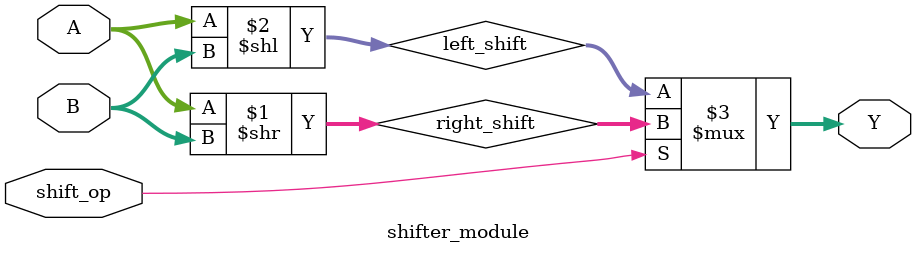
<source format=sv>
module shifter_module (
    input logic [31:0] A, 
    input logic [4:0] B,
    input logic shift_op,
    output logic [31:0] Y
);

logic [31:0] right_shift, left_shift;

assign right_shift = A >> B;
assign left_shift = A << B;

assign Y = shift_op ? right_shift : left_shift;

    
endmodule
</source>
